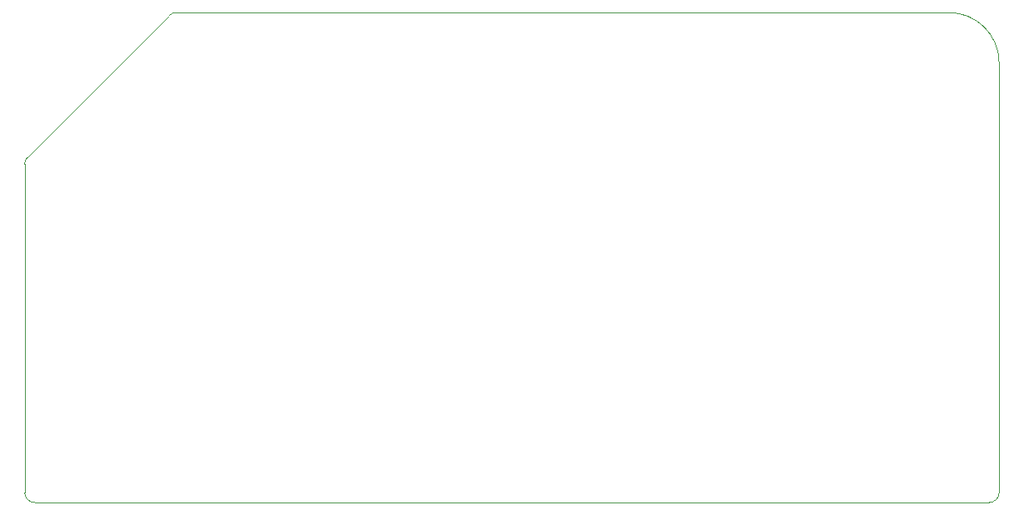
<source format=gbr>
G04 #@! TF.GenerationSoftware,KiCad,Pcbnew,(6.0.2)*
G04 #@! TF.CreationDate,2022-05-10T09:25:42-07:00*
G04 #@! TF.ProjectId,Z80-FDC,5a38302d-4644-4432-9e6b-696361645f70,1.2*
G04 #@! TF.SameCoordinates,Original*
G04 #@! TF.FileFunction,Profile,NP*
%FSLAX46Y46*%
G04 Gerber Fmt 4.6, Leading zero omitted, Abs format (unit mm)*
G04 Created by KiCad (PCBNEW (6.0.2)) date 2022-05-10 09:25:42*
%MOMM*%
%LPD*%
G01*
G04 APERTURE LIST*
G04 #@! TA.AperFunction,Profile*
%ADD10C,0.050000*%
G04 #@! TD*
G04 APERTURE END LIST*
D10*
X140627100Y-78892400D02*
X219202600Y-78892400D01*
X125196600Y-127736600D02*
X125196600Y-94322900D01*
X125494180Y-93604480D02*
X139908680Y-79189980D01*
X223286600Y-128752600D02*
G75*
G03*
X224302600Y-127736600I-2J1016002D01*
G01*
X224302600Y-83992400D02*
X224302600Y-127736600D01*
X223286600Y-128752600D02*
X126212600Y-128752600D01*
X125494180Y-93604480D02*
G75*
G03*
X125196600Y-94322900I718424J-718423D01*
G01*
X140627100Y-78892400D02*
G75*
G03*
X139908680Y-79189980I3J-1016004D01*
G01*
X125196600Y-127736600D02*
G75*
G03*
X126212600Y-128752600I1016002J2D01*
G01*
X224302600Y-83992400D02*
G75*
G03*
X219202600Y-78892400I-5099999J1D01*
G01*
M02*

</source>
